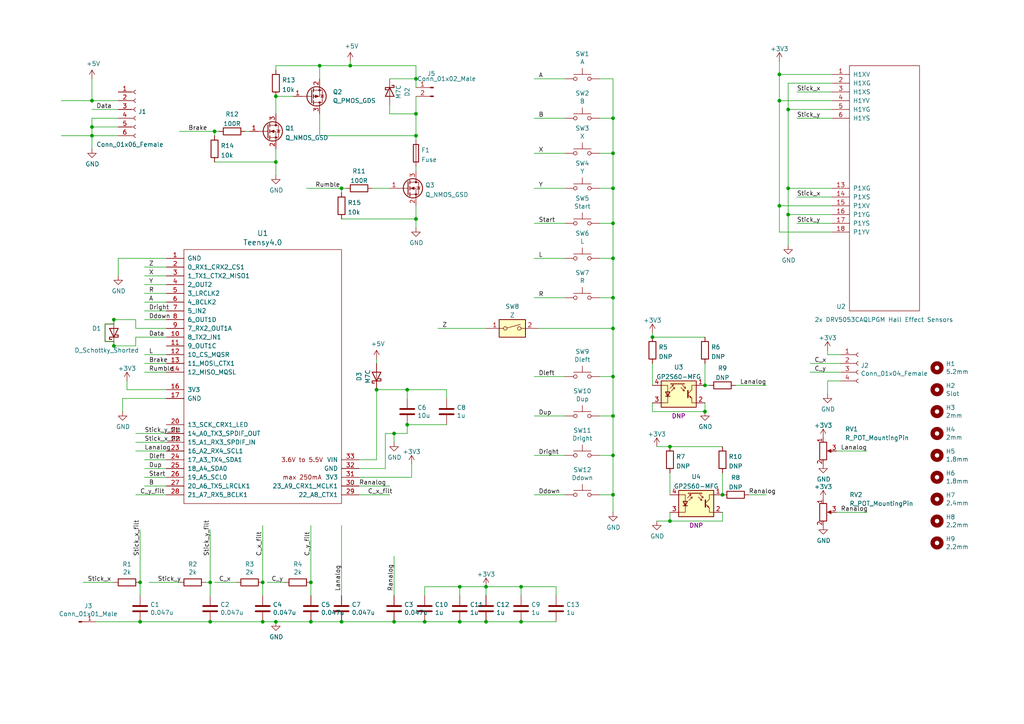
<source format=kicad_sch>
(kicad_sch (version 20230121) (generator eeschema)
  (paper "A4")
  (lib_symbols
    (symbol "Connector:Conn_01x01_Male" (pin_names (offset 1.016) hide)
      (property "Reference" "J" (at 0 2.54 0))
      (property "Value" "Conn_01x01_Male" (at 0 -2.54 0))
      (symbol "Conn_01x01_Male_1_1"
        (pin passive line (at 5.08 0 180) (length 3.81) (name "Pin_1") (number "1"))
      )
    )
    (symbol "Connector:Conn_01x02_Male" (pin_names (offset 1.016) hide)
      (property "Reference" "J" (at 0 2.54 0))
      (property "Value" "Conn_01x02_Male" (at 0 -5.08 0))
      (symbol "Conn_01x02_Male_1_1"
        (pin passive line (at 5.08 0 180) (length 3.81) (name "Pin_1") (number "1"))
        (pin passive line (at 5.08 -2.54 180) (length 3.81) (name "Pin_2") (number "2"))
      )
    )
    (symbol "Connector:Conn_01x04_Female" (pin_names (offset 1.016) hide)
      (property "Reference" "J" (at 0 5.08 0))
      (property "Value" "Conn_01x04_Female" (at 0 -7.62 0))
      (symbol "Conn_01x04_Female_1_1"
        (pin passive line (at -5.08 2.54 0) (length 3.81) (name "Pin_1") (number "1"))
        (pin passive line (at -5.08 0 0) (length 3.81) (name "Pin_2") (number "2"))
        (pin passive line (at -5.08 -2.54 0) (length 3.81) (name "Pin_3") (number "3"))
        (pin passive line (at -5.08 -5.08 0) (length 3.81) (name "Pin_4") (number "4"))
      )
    )
    (symbol "Connector:Conn_01x06_Female" (pin_names (offset 1.016) hide)
      (property "Reference" "J" (at 0 7.62 0))
      (property "Value" "Conn_01x06_Female" (at 0 -10.16 0))
      (symbol "Conn_01x06_Female_1_1"
        (pin passive line (at -5.08 5.08 0) (length 3.81) (name "Pin_1") (number "1"))
        (pin passive line (at -5.08 2.54 0) (length 3.81) (name "Pin_2") (number "2"))
        (pin passive line (at -5.08 0 0) (length 3.81) (name "Pin_3") (number "3"))
        (pin passive line (at -5.08 -2.54 0) (length 3.81) (name "Pin_4") (number "4"))
        (pin passive line (at -5.08 -5.08 0) (length 3.81) (name "Pin_5") (number "5"))
        (pin passive line (at -5.08 -7.62 0) (length 3.81) (name "Pin_6") (number "6"))
      )
    )
    (symbol "Device:C" (pin_numbers hide) (pin_names (offset 0.254))
      (property "Reference" "C" (at 0.635 2.54 0))
      (property "Value" "C" (at 0.635 -2.54 0))
      (symbol "C_1_1"
        (pin passive line (at 0 3.81 270) (length 2.794) (name "~") (number "1"))
        (pin passive line (at 0 -3.81 90) (length 2.794) (name "~") (number "2"))
      )
    )
    (symbol "Device:D_Schottky" (pin_numbers hide) (pin_names (offset 1.016) hide)
      (property "Reference" "D" (at 0 2.54 0))
      (property "Value" "D_Schottky" (at 0 -2.54 0))
      (symbol "D_Schottky_1_1"
        (pin passive line (at -3.81 0 0) (length 2.54) (name "K") (number "1"))
        (pin passive line (at 3.81 0 180) (length 2.54) (name "A") (number "2"))
      )
    )
    (symbol "Device:Fuse" (pin_numbers hide) (pin_names (offset 0))
      (property "Reference" "F" (at 2.032 0 90))
      (property "Value" "Fuse" (at -1.905 0 90))
      (symbol "Fuse_1_1"
        (pin passive line (at 0 3.81 270) (length 1.27) (name "~") (number "1"))
        (pin passive line (at 0 -3.81 90) (length 1.27) (name "~") (number "2"))
      )
    )
    (symbol "Device:Q_NMOS_GSD" (pin_names (offset 0) hide)
      (property "Reference" "Q" (at 5.08 1.27 0))
      (property "Value" "Q_NMOS_GSD" (at 5.08 -1.27 0))
      (symbol "Q_NMOS_GSD_1_1"
        (pin input line (at -5.08 0 0) (length 2.54) (name "G") (number "1"))
        (pin passive line (at 2.54 -5.08 90) (length 2.54) (name "S") (number "2"))
        (pin passive line (at 2.54 5.08 270) (length 2.54) (name "D") (number "3"))
      )
    )
    (symbol "Device:Q_PMOS_GSD" (pin_names (offset 0) hide)
      (property "Reference" "Q" (at 5.08 1.27 0))
      (property "Value" "Q_PMOS_GSD" (at 5.08 -1.27 0))
      (symbol "Q_PMOS_GSD_1_1"
        (pin input line (at -5.08 0 0) (length 2.54) (name "G") (number "1"))
        (pin passive line (at 2.54 -5.08 90) (length 2.54) (name "S") (number "2"))
        (pin passive line (at 2.54 5.08 270) (length 2.54) (name "D") (number "3"))
      )
    )
    (symbol "Device:R" (pin_numbers hide) (pin_names (offset 0))
      (property "Reference" "R" (at 2.032 0 90))
      (property "Value" "R" (at 0 0 90))
      (symbol "R_1_1"
        (pin passive line (at 0 3.81 270) (length 1.27) (name "~") (number "1"))
        (pin passive line (at 0 -3.81 90) (length 1.27) (name "~") (number "2"))
      )
    )
    (symbol "GCC:+3.3V" (power) (pin_names (offset 0))
      (property "Value" "+3.3V" (at 0 3.556 0))
      (symbol "+3.3V_1_1"
        (pin power_in line (at 0 0 90) (length 0) hide (name "+3V3") (number "1"))
      )
    )
    (symbol "GCC:Gamecube-MB-rescue_Slider_GCC-Gamecube_MB" (pin_names (offset 1.016) hide)
      (property "Reference" "RV" (at -8.255 0 90))
      (property "Value" "Gamecube-MB-rescue_Slider_GCC-Gamecube_MB" (at -6.35 0 90))
      (symbol "Gamecube-MB-rescue_Slider_GCC-Gamecube_MB_1_1"
        (pin passive line (at 0 3.81 270) (length 1.27) (name "V+") (number "1"))
        (pin passive line (at 0 -3.81 90) (length 1.27) (name "GND") (number "2"))
        (pin passive line (at 3.81 0 180) (length 1.27) (name "Signal") (number "3"))
      )
    )
    (symbol "GCC:Gamecube-MB-rescue_Stickbox_Assembly-Gamecube_MB" (pin_names (offset 1.016))
      (property "Reference" "U" (at 12.7 -41.91 90))
      (property "Value" "Gamecube-MB-rescue_Stickbox_Assembly-Gamecube_MB" (at 8.89 -35.56 90))
      (symbol "Gamecube-MB-rescue_Stickbox_Assembly-Gamecube_MB_0_0"
        (pin unspecified line (at -5.08 -2.54 0) (length 5.08) (name "H1XV") (number "1"))
        (pin unspecified line (at -5.08 -35.56 0) (length 5.08) (name "P1XG") (number "13"))
        (pin unspecified line (at -5.08 -38.1 0) (length 5.08) (name "P1XS") (number "14"))
        (pin unspecified line (at -5.08 -40.64 0) (length 5.08) (name "P1XV") (number "15"))
        (pin unspecified line (at -5.08 -43.18 0) (length 5.08) (name "P1YG") (number "16"))
        (pin unspecified line (at -5.08 -45.72 0) (length 5.08) (name "P1YS") (number "17"))
        (pin unspecified line (at -5.08 -48.26 0) (length 5.08) (name "P1YV") (number "18"))
        (pin unspecified line (at -5.08 -5.08 0) (length 5.08) (name "H1XG") (number "2"))
        (pin unspecified line (at -5.08 -7.62 0) (length 5.08) (name "H1XS") (number "3"))
        (pin unspecified line (at -5.08 -10.16 0) (length 5.08) (name "H1YV") (number "4"))
        (pin unspecified line (at -5.08 -12.7 0) (length 5.08) (name "H1YG") (number "5"))
        (pin unspecified line (at -5.08 -15.24 0) (length 5.08) (name "H1YS") (number "6"))
      )
    )
    (symbol "Gamecube MB:D_Schottky_Shorted" (pin_numbers hide) (pin_names (offset 1.016) hide)
      (property "Reference" "D" (at 0 3.81 0))
      (property "Value" "D_Schottky_Shorted" (at 0 -2.54 0))
      (symbol "D_Schottky_Shorted_1_1"
        (pin passive line (at -3.81 0 0) (length 2.54) (name "K") (number "1"))
        (pin passive line (at 3.81 0 180) (length 2.54) (name "A") (number "2"))
      )
    )
    (symbol "Mechanical:MountingHole" (pin_names (offset 1.016))
      (property "Reference" "H" (at 0 5.08 0))
      (property "Value" "MountingHole" (at 0 3.175 0))
    )
    (symbol "Sensor_Proximity:BPR-105" (pin_names (offset 0.0254) hide)
      (property "Reference" "U?" (at 0 7.7765 0))
      (property "Value" "BPR-105" (at 0 5.0014 0))
      (symbol "BPR-105_1_1"
        (pin open_collector line (at 7.62 2.54 180) (length 2.54) (name "C") (number "1"))
        (pin open_emitter line (at 7.62 -2.54 180) (length 2.54) (name "E") (number "2"))
        (pin passive line (at -7.62 -2.54 0) (length 2.54) (name "K") (number "3"))
        (pin passive line (at -7.62 2.54 0) (length 2.54) (name "A") (number "4"))
      )
    )
    (symbol "Switch:SW_DIP_x01" (pin_names (offset 0) hide)
      (property "Reference" "SW" (at 0 3.81 0))
      (property "Value" "SW_DIP_x01" (at 0 -3.81 0))
      (symbol "SW_DIP_x01_1_1"
        (pin passive line (at -7.62 0 0) (length 5.08) (name "~") (number "1"))
        (pin passive line (at 7.62 0 180) (length 5.08) (name "~") (number "2"))
      )
    )
    (symbol "Switch:SW_Push" (pin_numbers hide) (pin_names (offset 1.016) hide)
      (property "Reference" "SW" (at 1.27 2.54 0))
      (property "Value" "SW_Push" (at 0 -1.524 0))
      (symbol "SW_Push_0_1"
        (pin passive line (at -5.08 0 0) (length 2.54) (name "1") (number "1"))
        (pin passive line (at 5.08 0 180) (length 2.54) (name "2") (number "2"))
      )
    )
    (symbol "power:+5V" (power) (pin_names (offset 0))
      (property "Value" "+5V" (at 0 3.556 0))
      (symbol "+5V_1_1"
        (pin power_in line (at 0 0 90) (length 0) hide (name "+5V") (number "1"))
      )
    )
    (symbol "power:GND" (power) (pin_names (offset 0))
      (property "Value" "GND" (at 0 -3.81 0))
      (symbol "GND_1_1"
        (pin power_in line (at 0 0 270) (length 0) hide (name "GND") (number "1"))
      )
    )
    (symbol "teensy:Teensy4.0" (pin_names (offset 1.016))
      (property "Reference" "U1" (at 0 41.5798 0))
      (property "Value" "Teensy4.0" (at 0 38.8874 0))
      (symbol "Teensy4.0_0_0"
        (text "3.6V to 5.5V" (at 11.43 -24.13 0) (effects (font (size 1.27 1.27))))
        (text "max 250mA" (at 11.43 -29.21 0) (effects (font (size 1.27 1.27))))
        (pin bidirectional line (at -27.94 11.43 0) (length 5.08) (name "8_TX2_IN1") (number "10"))
        (pin bidirectional line (at -27.94 8.89 0) (length 5.08) (name "9_OUT1C") (number "11"))
        (pin bidirectional line (at -27.94 6.35 0) (length 5.08) (name "10_CS_MQSR") (number "12"))
        (pin bidirectional line (at -27.94 3.81 0) (length 5.08) (name "11_MOSI_CTX1") (number "13"))
        (pin bidirectional line (at -27.94 1.27 0) (length 5.08) (name "12_MISO_MQSL") (number "14"))
        (pin power_in line (at -27.94 -3.81 0) (length 5.08) (name "3V3") (number "16"))
        (pin power_in line (at -27.94 -6.35 0) (length 5.08) (name "GND") (number "17"))
        (pin bidirectional line (at -27.94 -13.97 0) (length 5.08) (name "13_SCK_CRX1_LED") (number "20"))
        (pin bidirectional line (at -27.94 -16.51 0) (length 5.08) (name "14_A0_TX3_SPDIF_OUT") (number "21"))
        (pin bidirectional line (at -27.94 -19.05 0) (length 5.08) (name "15_A1_RX3_SPDIF_IN") (number "22"))
        (pin bidirectional line (at -27.94 -21.59 0) (length 5.08) (name "16_A2_RX4_SCL1") (number "23"))
        (pin bidirectional line (at -27.94 -24.13 0) (length 5.08) (name "17_A3_TX4_SDA1") (number "24"))
        (pin bidirectional line (at -27.94 -26.67 0) (length 5.08) (name "18_A4_SDA0") (number "25"))
        (pin bidirectional line (at -27.94 -29.21 0) (length 5.08) (name "19_A5_SCL0") (number "26"))
        (pin bidirectional line (at -27.94 -31.75 0) (length 5.08) (name "20_A6_TX5_LRCLK1") (number "27"))
        (pin bidirectional line (at -27.94 -34.29 0) (length 5.08) (name "21_A7_RX5_BCLK1") (number "28"))
        (pin bidirectional line (at 27.94 -34.29 180) (length 5.08) (name "22_A8_CTX1") (number "29"))
        (pin bidirectional line (at 27.94 -31.75 180) (length 5.08) (name "23_A9_CRX1_MCLK1") (number "30"))
        (pin power_out line (at 27.94 -29.21 180) (length 5.08) (name "3V3") (number "31"))
        (pin power_in line (at 27.94 -26.67 180) (length 5.08) (name "GND") (number "32"))
        (pin power_in line (at 27.94 -24.13 180) (length 5.08) (name "VIN") (number "33"))
        (pin bidirectional line (at -27.94 24.13 0) (length 5.08) (name "3_LRCLK2") (number "5"))
        (pin bidirectional line (at -27.94 21.59 0) (length 5.08) (name "4_BCLK2") (number "6"))
        (pin bidirectional line (at -27.94 19.05 0) (length 5.08) (name "5_IN2") (number "7"))
        (pin bidirectional line (at -27.94 16.51 0) (length 5.08) (name "6_OUT1D") (number "8"))
        (pin bidirectional line (at -27.94 13.97 0) (length 5.08) (name "7_RX2_OUT1A") (number "9"))
      )
      (symbol "Teensy4.0_1_1"
        (pin power_in line (at -27.94 34.29 0) (length 5.08) (name "GND") (number "1"))
        (pin bidirectional line (at -27.94 31.75 0) (length 5.08) (name "0_RX1_CRX2_CS1") (number "2"))
        (pin bidirectional line (at -27.94 29.21 0) (length 5.08) (name "1_TX1_CTX2_MISO1") (number "3"))
        (pin bidirectional line (at -27.94 26.67 0) (length 5.08) (name "2_OUT2") (number "4"))
      )
    )
  )
  (junction (at 151.13 170.18))
  (junction (at 151.13 180.34))
  (junction (at 120.65 39.37))
  (junction (at 133.35 180.34))
  (junction (at 114.3 125.73))
  (junction (at 177.8 44.45))
  (junction (at 177.8 54.61))
  (junction (at 226.06 21.59))
  (junction (at 204.47 119.38))
  (junction (at 194.31 151.13))
  (junction (at 123.19 180.34))
  (junction (at 204.47 111.76))
  (junction (at 177.8 109.22))
  (junction (at 140.97 170.18))
  (junction (at 120.65 22.86))
  (junction (at 80.01 46.99))
  (junction (at 33.02 92.71))
  (junction (at 177.8 143.51))
  (junction (at 120.65 33.02))
  (junction (at 228.6 54.61))
  (junction (at 140.97 180.34))
  (junction (at 26.67 36.83))
  (junction (at 92.71 19.05))
  (junction (at 60.96 180.34))
  (junction (at 189.23 97.79))
  (junction (at 226.06 29.21))
  (junction (at 177.8 132.08))
  (junction (at 118.11 113.03))
  (junction (at 90.17 180.34))
  (junction (at 133.35 170.18))
  (junction (at 90.17 168.91))
  (junction (at 101.6 19.05))
  (junction (at 80.01 180.34))
  (junction (at 120.65 63.5))
  (junction (at 109.22 113.03))
  (junction (at 228.6 31.75))
  (junction (at 62.23 38.1))
  (junction (at 177.8 34.29))
  (junction (at 194.31 129.54))
  (junction (at 76.2 168.91))
  (junction (at 33.02 100.33))
  (junction (at 99.06 180.34))
  (junction (at 177.8 86.36))
  (junction (at 177.8 120.65))
  (junction (at 114.3 180.34))
  (junction (at 99.06 54.61))
  (junction (at 40.64 180.34))
  (junction (at 177.8 74.93))
  (junction (at 26.67 39.37))
  (junction (at 118.11 123.19))
  (junction (at 80.01 27.94))
  (junction (at 226.06 59.69))
  (junction (at 26.67 29.21))
  (junction (at 177.8 64.77))
  (junction (at 177.8 95.25))
  (junction (at 60.96 168.91))
  (junction (at 228.6 62.23))
  (junction (at 76.2 180.34))
  (junction (at 209.55 143.51))
  (junction (at 40.64 168.91))
  (wire (pts (xy 204.47 111.76) (xy 205.74 111.76)))
  (wire (pts (xy 48.26 140.97) (xy 41.91 140.97)))
  (wire (pts (xy 120.65 22.86) (xy 120.65 19.05)))
  (wire (pts (xy 173.99 54.61) (xy 177.8 54.61)))
  (wire (pts (xy 104.14 135.89) (xy 111.76 135.89)))
  (wire (pts (xy 123.19 172.72) (xy 123.19 170.18)))
  (wire (pts (xy 177.8 143.51) (xy 177.8 148.59)))
  (wire (pts (xy 177.8 120.65) (xy 177.8 132.08)))
  (wire (pts (xy 120.65 59.69) (xy 120.65 63.5)))
  (wire (pts (xy 204.47 119.38) (xy 189.23 119.38)))
  (wire (pts (xy 127 95.25) (xy 140.97 95.25)))
  (wire (pts (xy 41.91 107.95) (xy 48.26 107.95)))
  (wire (pts (xy 48.26 115.57) (xy 35.56 115.57)))
  (wire (pts (xy 156.21 95.25) (xy 177.8 95.25)))
  (wire (pts (xy 133.35 170.18) (xy 140.97 170.18)))
  (wire (pts (xy 99.06 54.61) (xy 100.33 54.61)))
  (wire (pts (xy 120.65 39.37) (xy 120.65 40.64)))
  (wire (pts (xy 243.84 105.41) (xy 234.95 105.41)))
  (wire (pts (xy 113.03 140.97) (xy 104.14 140.97)))
  (wire (pts (xy 114.3 172.72) (xy 114.3 161.29)))
  (wire (pts (xy 209.55 137.16) (xy 209.55 143.51)))
  (wire (pts (xy 243.84 107.95) (xy 234.95 107.95)))
  (wire (pts (xy 114.3 125.73) (xy 114.3 128.27)))
  (wire (pts (xy 204.47 116.84) (xy 204.47 119.38)))
  (wire (pts (xy 163.83 120.65) (xy 154.94 120.65)))
  (wire (pts (xy 177.8 54.61) (xy 177.8 44.45)))
  (wire (pts (xy 228.6 62.23) (xy 241.3 62.23)))
  (wire (pts (xy 151.13 172.72) (xy 151.13 170.18)))
  (wire (pts (xy 118.11 123.19) (xy 118.11 125.73)))
  (wire (pts (xy 241.3 21.59) (xy 226.06 21.59)))
  (wire (pts (xy 109.22 113.03) (xy 109.22 133.35)))
  (wire (pts (xy 40.64 180.34) (xy 60.96 180.34)))
  (wire (pts (xy 76.2 152.4) (xy 76.2 168.91)))
  (wire (pts (xy 80.01 19.05) (xy 80.01 20.32)))
  (wire (pts (xy 189.23 96.52) (xy 189.23 97.79)))
  (wire (pts (xy 113.03 143.51) (xy 104.14 143.51)))
  (wire (pts (xy 34.29 36.83) (xy 26.67 36.83)))
  (wire (pts (xy 90.17 152.4) (xy 90.17 168.91)))
  (wire (pts (xy 92.71 22.86) (xy 92.71 19.05)))
  (wire (pts (xy 194.31 151.13) (xy 194.31 148.59)))
  (wire (pts (xy 109.22 104.14) (xy 109.22 105.41)))
  (wire (pts (xy 173.99 64.77) (xy 177.8 64.77)))
  (wire (pts (xy 39.37 97.79) (xy 48.26 97.79)))
  (wire (pts (xy 194.31 137.16) (xy 194.31 143.51)))
  (wire (pts (xy 209.55 148.59) (xy 209.55 151.13)))
  (wire (pts (xy 129.54 115.57) (xy 129.54 113.03)))
  (wire (pts (xy 109.22 113.03) (xy 118.11 113.03)))
  (wire (pts (xy 118.11 113.03) (xy 129.54 113.03)))
  (wire (pts (xy 34.29 31.75) (xy 26.67 31.75)))
  (wire (pts (xy 140.97 180.34) (xy 133.35 180.34)))
  (wire (pts (xy 163.83 143.51) (xy 154.94 143.51)))
  (wire (pts (xy 60.96 168.91) (xy 59.69 168.91)))
  (wire (pts (xy 120.65 27.94) (xy 120.65 33.02)))
  (wire (pts (xy 189.23 119.38) (xy 189.23 116.84)))
  (wire (pts (xy 190.5 129.54) (xy 194.31 129.54)))
  (wire (pts (xy 40.64 153.67) (xy 40.64 168.91)))
  (wire (pts (xy 113.03 22.86) (xy 120.65 22.86)))
  (wire (pts (xy 36.83 113.03) (xy 36.83 110.49)))
  (wire (pts (xy 118.11 113.03) (xy 118.11 115.57)))
  (wire (pts (xy 80.01 27.94) (xy 80.01 33.02)))
  (wire (pts (xy 80.01 27.94) (xy 85.09 27.94)))
  (wire (pts (xy 231.14 64.77) (xy 241.3 64.77)))
  (wire (pts (xy 163.83 86.36) (xy 154.94 86.36)))
  (wire (pts (xy 92.71 19.05) (xy 101.6 19.05)))
  (wire (pts (xy 213.36 111.76) (xy 222.25 111.76)))
  (wire (pts (xy 120.65 33.02) (xy 113.03 33.02)))
  (wire (pts (xy 34.29 39.37) (xy 26.67 39.37)))
  (wire (pts (xy 228.6 54.61) (xy 241.3 54.61)))
  (wire (pts (xy 113.03 33.02) (xy 113.03 30.48)))
  (wire (pts (xy 226.06 67.31) (xy 226.06 59.69)))
  (wire (pts (xy 111.76 135.89) (xy 111.76 125.73)))
  (wire (pts (xy 226.06 59.69) (xy 241.3 59.69)))
  (wire (pts (xy 243.84 110.49) (xy 240.03 110.49)))
  (wire (pts (xy 33.02 93.98) (xy 30.48 93.98)))
  (wire (pts (xy 140.97 180.34) (xy 151.13 180.34)))
  (wire (pts (xy 35.56 115.57) (xy 35.56 119.38)))
  (wire (pts (xy 92.71 33.02) (xy 92.71 39.37)))
  (wire (pts (xy 120.65 33.02) (xy 120.65 39.37)))
  (wire (pts (xy 228.6 31.75) (xy 228.6 24.13)))
  (wire (pts (xy 90.17 180.34) (xy 99.06 180.34)))
  (wire (pts (xy 177.8 86.36) (xy 177.8 95.25)))
  (wire (pts (xy 133.35 170.18) (xy 133.35 172.72)))
  (wire (pts (xy 177.8 132.08) (xy 177.8 143.51)))
  (wire (pts (xy 209.55 151.13) (xy 194.31 151.13)))
  (wire (pts (xy 41.91 105.41) (xy 48.26 105.41)))
  (wire (pts (xy 177.8 44.45) (xy 177.8 34.29)))
  (wire (pts (xy 163.83 132.08) (xy 154.94 132.08)))
  (wire (pts (xy 48.26 133.35) (xy 41.91 133.35)))
  (wire (pts (xy 177.8 86.36) (xy 177.8 74.93)))
  (wire (pts (xy 231.14 57.15) (xy 241.3 57.15)))
  (wire (pts (xy 52.07 38.1) (xy 62.23 38.1)))
  (wire (pts (xy 161.29 172.72) (xy 161.29 170.18)))
  (wire (pts (xy 163.83 34.29) (xy 154.94 34.29)))
  (wire (pts (xy 39.37 100.33) (xy 33.02 100.33)))
  (wire (pts (xy 226.06 21.59) (xy 226.06 29.21)))
  (wire (pts (xy 243.84 102.87) (xy 240.03 102.87)))
  (wire (pts (xy 80.01 43.18) (xy 80.01 46.99)))
  (wire (pts (xy 226.06 29.21) (xy 226.06 59.69)))
  (wire (pts (xy 163.83 54.61) (xy 154.94 54.61)))
  (wire (pts (xy 228.6 31.75) (xy 241.3 31.75)))
  (wire (pts (xy 34.29 29.21) (xy 26.67 29.21)))
  (wire (pts (xy 48.26 102.87) (xy 41.91 102.87)))
  (wire (pts (xy 118.11 125.73) (xy 114.3 125.73)))
  (wire (pts (xy 163.83 74.93) (xy 154.94 74.93)))
  (wire (pts (xy 48.26 77.47) (xy 41.91 77.47)))
  (wire (pts (xy 52.07 168.91) (xy 43.18 168.91)))
  (wire (pts (xy 111.76 125.73) (xy 114.3 125.73)))
  (wire (pts (xy 140.97 170.18) (xy 140.97 172.72)))
  (wire (pts (xy 48.26 80.01) (xy 41.91 80.01)))
  (wire (pts (xy 99.06 54.61) (xy 99.06 55.88)))
  (wire (pts (xy 62.23 38.1) (xy 63.5 38.1)))
  (wire (pts (xy 48.26 135.89) (xy 41.91 135.89)))
  (wire (pts (xy 48.26 92.71) (xy 41.91 92.71)))
  (wire (pts (xy 177.8 74.93) (xy 177.8 64.77)))
  (wire (pts (xy 173.99 143.51) (xy 177.8 143.51)))
  (wire (pts (xy 194.31 129.54) (xy 209.55 129.54)))
  (wire (pts (xy 173.99 109.22) (xy 177.8 109.22)))
  (wire (pts (xy 76.2 168.91) (xy 76.2 172.72)))
  (wire (pts (xy 48.26 138.43) (xy 41.91 138.43)))
  (wire (pts (xy 151.13 180.34) (xy 161.29 180.34)))
  (wire (pts (xy 217.17 143.51) (xy 222.25 143.51)))
  (wire (pts (xy 48.26 143.51) (xy 39.37 143.51)))
  (wire (pts (xy 99.06 152.4) (xy 99.06 172.72)))
  (wire (pts (xy 33.02 99.06) (xy 33.02 100.33)))
  (wire (pts (xy 163.83 22.86) (xy 154.94 22.86)))
  (wire (pts (xy 189.23 97.79) (xy 204.47 97.79)))
  (wire (pts (xy 226.06 67.31) (xy 241.3 67.31)))
  (wire (pts (xy 88.9 54.61) (xy 99.06 54.61)))
  (wire (pts (xy 114.3 180.34) (xy 123.19 180.34)))
  (wire (pts (xy 24.13 168.91) (xy 33.02 168.91)))
  (wire (pts (xy 173.99 132.08) (xy 177.8 132.08)))
  (wire (pts (xy 189.23 105.41) (xy 189.23 111.76)))
  (wire (pts (xy 177.8 22.86) (xy 177.8 34.29)))
  (wire (pts (xy 177.8 64.77) (xy 177.8 54.61)))
  (wire (pts (xy 228.6 62.23) (xy 228.6 71.12)))
  (wire (pts (xy 30.48 93.98) (xy 30.48 99.06)))
  (wire (pts (xy 39.37 92.71) (xy 33.02 92.71)))
  (wire (pts (xy 241.3 29.21) (xy 226.06 29.21)))
  (wire (pts (xy 231.14 34.29) (xy 241.3 34.29)))
  (wire (pts (xy 39.37 125.73) (xy 48.26 125.73)))
  (wire (pts (xy 48.26 90.17) (xy 41.91 90.17)))
  (wire (pts (xy 123.19 170.18) (xy 133.35 170.18)))
  (wire (pts (xy 48.26 113.03) (xy 36.83 113.03)))
  (wire (pts (xy 48.26 85.09) (xy 41.91 85.09)))
  (wire (pts (xy 30.48 99.06) (xy 33.02 99.06)))
  (wire (pts (xy 204.47 105.41) (xy 204.47 111.76)))
  (wire (pts (xy 33.02 92.71) (xy 33.02 93.98)))
  (wire (pts (xy 39.37 97.79) (xy 39.37 100.33)))
  (wire (pts (xy 17.78 29.21) (xy 26.67 29.21)))
  (wire (pts (xy 62.23 168.91) (xy 68.58 168.91)))
  (wire (pts (xy 240.03 110.49) (xy 240.03 114.3)))
  (wire (pts (xy 39.37 130.81) (xy 48.26 130.81)))
  (wire (pts (xy 120.65 39.37) (xy 92.71 39.37)))
  (wire (pts (xy 99.06 63.5) (xy 120.65 63.5)))
  (wire (pts (xy 173.99 86.36) (xy 177.8 86.36)))
  (wire (pts (xy 26.67 34.29) (xy 26.67 36.83)))
  (wire (pts (xy 27.94 180.34) (xy 40.64 180.34)))
  (wire (pts (xy 99.06 180.34) (xy 114.3 180.34)))
  (wire (pts (xy 62.23 38.1) (xy 62.23 39.37)))
  (wire (pts (xy 161.29 170.18) (xy 151.13 170.18)))
  (wire (pts (xy 71.12 38.1) (xy 72.39 38.1)))
  (wire (pts (xy 119.38 138.43) (xy 104.14 138.43)))
  (wire (pts (xy 62.23 46.99) (xy 80.01 46.99)))
  (wire (pts (xy 80.01 180.34) (xy 90.17 180.34)))
  (wire (pts (xy 173.99 34.29) (xy 177.8 34.29)))
  (wire (pts (xy 242.57 130.81) (xy 251.46 130.81)))
  (wire (pts (xy 26.67 39.37) (xy 26.67 43.18)))
  (wire (pts (xy 173.99 120.65) (xy 177.8 120.65)))
  (wire (pts (xy 48.26 82.55) (xy 41.91 82.55)))
  (wire (pts (xy 228.6 62.23) (xy 228.6 54.61)))
  (wire (pts (xy 104.14 133.35) (xy 109.22 133.35)))
  (wire (pts (xy 101.6 17.78) (xy 101.6 19.05)))
  (wire (pts (xy 120.65 25.4) (xy 120.65 22.86)))
  (wire (pts (xy 177.8 109.22) (xy 177.8 120.65)))
  (wire (pts (xy 120.65 63.5) (xy 120.65 66.04)))
  (wire (pts (xy 173.99 44.45) (xy 177.8 44.45)))
  (wire (pts (xy 39.37 95.25) (xy 39.37 92.71)))
  (wire (pts (xy 163.83 44.45) (xy 154.94 44.45)))
  (wire (pts (xy 151.13 170.18) (xy 140.97 170.18)))
  (wire (pts (xy 60.96 153.67) (xy 60.96 168.91)))
  (wire (pts (xy 177.8 95.25) (xy 177.8 109.22)))
  (wire (pts (xy 48.26 74.93) (xy 34.29 74.93)))
  (wire (pts (xy 60.96 180.34) (xy 76.2 180.34)))
  (wire (pts (xy 107.95 54.61) (xy 113.03 54.61)))
  (wire (pts (xy 90.17 168.91) (xy 90.17 172.72)))
  (wire (pts (xy 163.83 64.77) (xy 154.94 64.77)))
  (wire (pts (xy 39.37 128.27) (xy 48.26 128.27)))
  (wire (pts (xy 173.99 22.86) (xy 177.8 22.86)))
  (wire (pts (xy 240.03 102.87) (xy 240.03 101.6)))
  (wire (pts (xy 34.29 74.93) (xy 34.29 80.01)))
  (wire (pts (xy 60.96 168.91) (xy 60.96 172.72)))
  (wire (pts (xy 26.67 36.83) (xy 26.67 39.37)))
  (wire (pts (xy 80.01 180.34) (xy 76.2 180.34)))
  (wire (pts (xy 48.26 87.63) (xy 41.91 87.63)))
  (wire (pts (xy 40.64 172.72) (xy 40.64 168.91)))
  (wire (pts (xy 80.01 46.99) (xy 80.01 50.8)))
  (wire (pts (xy 242.57 148.59) (xy 251.46 148.59)))
  (wire (pts (xy 226.06 17.78) (xy 226.06 21.59)))
  (wire (pts (xy 228.6 24.13) (xy 241.3 24.13)))
  (wire (pts (xy 39.37 95.25) (xy 48.26 95.25)))
  (wire (pts (xy 163.83 109.22) (xy 154.94 109.22)))
  (wire (pts (xy 26.67 29.21) (xy 26.67 22.86)))
  (wire (pts (xy 120.65 48.26) (xy 120.65 49.53)))
  (wire (pts (xy 123.19 180.34) (xy 133.35 180.34)))
  (wire (pts (xy 92.71 19.05) (xy 80.01 19.05)))
  (wire (pts (xy 118.11 123.19) (xy 129.54 123.19)))
  (wire (pts (xy 119.38 134.62) (xy 119.38 138.43)))
  (wire (pts (xy 34.29 34.29) (xy 26.67 34.29)))
  (wire (pts (xy 241.3 26.67) (xy 231.14 26.67)))
  (wire (pts (xy 228.6 31.75) (xy 228.6 54.61)))
  (wire (pts (xy 77.47 168.91) (xy 82.55 168.91)))
  (wire (pts (xy 17.78 39.37) (xy 26.67 39.37)))
  (wire (pts (xy 120.65 19.05) (xy 101.6 19.05)))
  (wire (pts (xy 190.5 151.13) (xy 194.31 151.13)))
  (wire (pts (xy 173.99 74.93) (xy 177.8 74.93)))
  (label "Lanalog" (at 214.63 111.76 0))
  (label "C_y_filt" (at 40.64 143.51 0))
  (label "Stick_y" (at 231.14 64.77 0))
  (label "A" (at 156.21 22.86 0))
  (label "A" (at 43.18 87.63 0))
  (label "Ranalog" (at 114.3 171.45 90))
  (label "Dleft" (at 43.18 133.35 0))
  (label "Z" (at 43.18 77.47 0))
  (label "L" (at 156.21 74.93 0))
  (label "Stick_y" (at 45.72 168.91 0))
  (label "C_x" (at 236.22 105.41 0))
  (label "Stick_x" (at 231.14 26.67 0))
  (label "Stick_x" (at 231.14 57.15 0))
  (label "Lanalog" (at 41.91 130.81 0))
  (label "Rumble" (at 91.44 54.61 0))
  (label "Dleft" (at 156.21 109.22 0))
  (label "Ranalog" (at 217.17 143.51 0))
  (label "Data" (at 27.94 31.75 0))
  (label "Ranalog" (at 104.14 140.97 0))
  (label "B" (at 156.21 34.29 0))
  (label "C_y" (at 78.74 168.91 0))
  (label "Rumble" (at 43.18 107.95 0))
  (label "Z" (at 128.27 95.25 0))
  (label "C_x_filt" (at 76.2 161.29 90))
  (label "Start" (at 43.18 138.43 0))
  (label "Dright" (at 43.18 90.17 0))
  (label "C_x" (at 63.5 168.91 0))
  (label "C_y_filt" (at 90.17 161.29 90))
  (label "Stick_x" (at 25.4 168.91 0))
  (label "Dright" (at 156.21 132.08 0))
  (label "Ranalog" (at 243.84 148.59 0))
  (label "Start" (at 156.21 64.77 0))
  (label "B" (at 43.18 140.97 0))
  (label "Ddown" (at 156.21 143.51 0))
  (label "Brake" (at 43.18 105.41 0))
  (label "R" (at 156.21 86.36 0))
  (label "Stick_y_filt" (at 41.91 125.73 0))
  (label "X" (at 43.18 80.01 0))
  (label "R" (at 43.18 85.09 0))
  (label "Data" (at 43.18 97.79 0))
  (label "Lanalog" (at 243.84 130.81 0))
  (label "Stick_y" (at 231.14 34.29 0))
  (label "Y" (at 156.21 54.61 0))
  (label "Ddown" (at 43.18 92.71 0))
  (label "C_y" (at 236.22 107.95 0))
  (label "Dup" (at 43.18 135.89 0))
  (label "C_x_filt" (at 106.68 143.51 0))
  (label "Brake" (at 54.61 38.1 0))
  (label "Stick_x_filt" (at 41.91 128.27 0))
  (label "Lanalog" (at 99.06 171.45 90))
  (label "L" (at 43.18 102.87 0))
  (label "X" (at 156.21 44.45 0))
  (label "Stick_x_filt" (at 40.64 161.29 90))
  (label "Y" (at 43.18 82.55 0))
  (label "Dup" (at 156.21 120.65 0))
  (label "Stick_y_filt" (at 60.96 161.29 90))
  (symbol (lib_id "teensy:Teensy4.0") (at 76.2 109.22 0) (unit 1)
    (property "Reference" "U1" (at 76.2 67.6402 0) (effects (font (size 1.524 1.524))))
    (property "Value" "Teensy4.0" (at 76.2 70.3326 0) (effects (font (size 1.524 1.524))))
    (property "Footprint" "PhobGCC_Footprints:Teensy40_Edge_Pins" (effects hide))
  )
  (symbol (lib_id "Switch:SW_Push") (at 168.91 22.86 0) (unit 1)
    (property "Reference" "SW1" (at 168.91 15.621 0))
    (property "Value" "A" (at 168.91 17.9324 0))
    (property "Footprint" "PhobGCC_Footprints:ABXY_Contact_Omron_Switch" (effects hide))
  )
  (symbol (lib_id "Switch:SW_Push") (at 168.91 34.29 0) (unit 1)
    (property "Reference" "SW2" (at 168.91 27.051 0))
    (property "Value" "B" (at 168.91 29.3624 0))
    (property "Footprint" "PhobGCC_Footprints:ABXY_Contact_Omron_Switch" (effects hide))
  )
  (symbol (lib_id "Switch:SW_Push") (at 168.91 44.45 0) (unit 1)
    (property "Reference" "SW3" (at 168.91 37.211 0))
    (property "Value" "X" (at 168.91 39.5224 0))
    (property "Footprint" "PhobGCC_Footprints:ABXY_Contact_Omron_Switch" (effects hide))
  )
  (symbol (lib_id "Switch:SW_Push") (at 168.91 54.61 0) (unit 1)
    (property "Reference" "SW4" (at 168.91 47.371 0))
    (property "Value" "Y" (at 168.91 49.6824 0))
    (property "Footprint" "PhobGCC_Footprints:ABXY_Contact_Omron_Switch" (effects hide))
  )
  (symbol (lib_id "Switch:SW_Push") (at 168.91 64.77 0) (unit 1)
    (property "Reference" "SW5" (at 168.91 57.531 0))
    (property "Value" "Start" (at 168.91 59.8424 0))
    (property "Footprint" "PhobGCC_Footprints:Start_Contact" (effects hide))
  )
  (symbol (lib_id "Switch:SW_Push") (at 168.91 74.93 0) (unit 1)
    (property "Reference" "SW6" (at 168.91 67.691 0))
    (property "Value" "L" (at 168.91 70.0024 0))
    (property "Footprint" "PhobGCC_Footprints:Pin_Header_Straight_1x02_Pitch2.54mm" (effects hide))
  )
  (symbol (lib_id "Switch:SW_Push") (at 168.91 86.36 0) (unit 1)
    (property "Reference" "SW7" (at 168.91 79.121 0))
    (property "Value" "R" (at 168.91 81.4324 0))
    (property "Footprint" "PhobGCC_Footprints:Pin_Header_Straight_1x02_Pitch2.54mm" (effects hide))
  )
  (symbol (lib_id "power:GND") (at 34.29 80.01 0) (unit 1)
    (property "Reference" "#PWR0102" (effects hide))
    (property "Value" "GND" (at 34.417 84.4042 0))
  )
  (symbol (lib_id "power:GND") (at 177.8 148.59 0) (unit 1)
    (property "Reference" "#PWR0103" (effects hide))
    (property "Value" "GND" (at 177.927 152.9842 0))
  )
  (symbol (lib_id "power:+5V") (at 26.67 22.86 0) (unit 1)
    (property "Reference" "#PWR0113" (effects hide))
    (property "Value" "+5V" (at 27.051 18.4658 0))
  )
  (symbol (lib_id "Connector:Conn_01x06_Female") (at 39.37 31.75 0) (unit 1)
    (property "Reference" "J1" (at 40.0812 32.3596 0) (effects (justify left)))
    (property "Value" "Conn_01x06_Female" (at 27.94 41.91 0) (effects (justify left)))
    (property "Footprint" "PhobGCC_Footprints:GCC_Header_Straight_1x06_Pitch2.00mm" (effects hide))
  )
  (symbol (lib_id "GCC:Gamecube-MB-rescue_Slider_GCC-Gamecube_MB") (at 238.76 130.81 0) (unit 1)
    (property "Reference" "RV1" (at 245.11 124.46 0) (effects (justify left)))
    (property "Value" "R_POT_MountingPin" (at 245.11 127 0) (effects (justify left)))
    (property "Footprint" "PhobGCC_Footprints:GCC_Slider" (effects hide))
  )
  (symbol (lib_id "Connector:Conn_01x04_Female") (at 248.92 105.41 0) (unit 1)
    (property "Reference" "J2" (at 249.6312 106.0196 0) (effects (justify left)))
    (property "Value" "Conn_01x04_Female" (at 249.6312 108.331 0) (effects (justify left)))
    (property "Footprint" "PhobGCC_Footprints:PinHeader_1x04_P2.00mm_Vertical" (effects hide))
  )
  (symbol (lib_id "GCC:Gamecube-MB-rescue_Slider_GCC-Gamecube_MB") (at 238.76 148.59 0) (unit 1)
    (property "Reference" "RV2" (at 246.38 143.51 0) (effects (justify left)))
    (property "Value" "R_POT_MountingPin" (at 246.38 146.05 0) (effects (justify left)))
    (property "Footprint" "PhobGCC_Footprints:GCC_Slider" (effects hide))
  )
  (symbol (lib_id "power:GND") (at 240.03 114.3 0) (unit 1)
    (property "Reference" "#PWR0108" (effects hide))
    (property "Value" "GND" (at 240.157 118.6942 0))
  )
  (symbol (lib_id "Switch:SW_Push") (at 168.91 109.22 0) (unit 1)
    (property "Reference" "SW9" (at 168.91 101.981 0))
    (property "Value" "Dleft" (at 168.91 104.2924 0))
    (property "Footprint" "PhobGCC_Footprints:Dpad_Contact_TL3315NF_2" (effects hide))
  )
  (symbol (lib_id "power:GND") (at 238.76 134.62 0) (unit 1)
    (property "Reference" "#PWR0115" (effects hide))
    (property "Value" "GND" (at 238.887 139.0142 0))
  )
  (symbol (lib_id "Switch:SW_Push") (at 168.91 120.65 0) (unit 1)
    (property "Reference" "SW10" (at 168.91 113.411 0))
    (property "Value" "Dup" (at 168.91 115.7224 0))
    (property "Footprint" "PhobGCC_Footprints:Dpad_Contact_TL3315NF_2" (effects hide))
  )
  (symbol (lib_id "Switch:SW_Push") (at 168.91 132.08 0) (unit 1)
    (property "Reference" "SW11" (at 168.91 124.841 0))
    (property "Value" "Dright" (at 168.91 127.1524 0))
    (property "Footprint" "PhobGCC_Footprints:Dpad_Contact_TL3315NF_2" (effects hide))
  )
  (symbol (lib_id "Switch:SW_Push") (at 168.91 143.51 0) (unit 1)
    (property "Reference" "SW12" (at 168.91 136.271 0))
    (property "Value" "Ddown" (at 168.91 138.5824 0))
    (property "Footprint" "PhobGCC_Footprints:Dpad_Contact_TL3315NF_2" (effects hide))
  )
  (symbol (lib_id "power:GND") (at 238.76 152.4 0) (unit 1)
    (property "Reference" "#PWR0117" (effects hide))
    (property "Value" "GND" (at 238.887 156.7942 0))
  )
  (symbol (lib_id "Switch:SW_DIP_x01") (at 148.59 95.25 0) (unit 1)
    (property "Reference" "SW8" (at 148.59 88.9 0))
    (property "Value" "Z" (at 148.59 91.44 0))
    (property "Footprint" "PhobGCC_Footprints:Z_Switch_Edge" (effects hide))
    (property "Configuration_Pole-Throw" "Single Pole - Single Throw" (effects hide))
    (property "Contact_Current_Rating" "50 mA" (effects hide))
    (property "Comment" "1825027-5" (effects hide))
    (property "EU_RoHS_Compliance" "Compliant" (effects hide))
  )
  (symbol (lib_id "GCC:Gamecube-MB-rescue_Stickbox_Assembly-Gamecube_MB") (at 246.38 19.05 0) (unit 1)
    (property "Reference" "U2" (at 242.57 88.9 0) (effects (justify left)))
    (property "Value" "2x DRV5053CAQLPGM Hall Effect Sensors" (at 236.22 92.71 0) (effects (justify left)))
    (property "Footprint" "PhobGCC_Footprints:GCC_Stickbox_2" (effects hide))
  )
  (symbol (lib_id "power:GND") (at 228.6 71.12 0) (unit 1)
    (property "Reference" "#PWR0101" (effects hide))
    (property "Value" "GND" (at 228.727 75.5142 0))
  )
  (symbol (lib_id "Device:C") (at 40.64 176.53 0) (unit 1)
    (property "Reference" "C1" (at 43.561 175.3616 0) (effects (justify left)))
    (property "Value" "0.047u" (at 43.561 177.673 0) (effects (justify left)))
    (property "Footprint" "PhobGCC_Footprints:C_0603_HandSoldering" (effects hide))
    (property "LCSC" "C1622" (effects hide))
  )
  (symbol (lib_id "Device:C") (at 60.96 176.53 0) (unit 1)
    (property "Reference" "C2" (at 63.881 175.3616 0) (effects (justify left)))
    (property "Value" "0.047u" (at 63.881 177.673 0) (effects (justify left)))
    (property "Footprint" "PhobGCC_Footprints:C_0603_HandSoldering" (effects hide))
    (property "LCSC" "C1622" (effects hide))
  )
  (symbol (lib_id "Device:C") (at 114.3 176.53 0) (unit 1)
    (property "Reference" "C3" (at 117.221 175.3616 0) (effects (justify left)))
    (property "Value" "0.047u" (at 117.221 177.673 0) (effects (justify left)))
    (property "Footprint" "PhobGCC_Footprints:C_0603_HandSoldering" (effects hide))
    (property "LCSC" "C1622" (effects hide))
  )
  (symbol (lib_id "Device:C") (at 76.2 176.53 0) (unit 1)
    (property "Reference" "C4" (at 79.121 175.3616 0) (effects (justify left)))
    (property "Value" "0.047u" (at 79.121 177.673 0) (effects (justify left)))
    (property "Footprint" "PhobGCC_Footprints:C_0603_HandSoldering" (effects hide))
    (property "LCSC" "C1622" (effects hide))
  )
  (symbol (lib_id "Device:C") (at 90.17 176.53 0) (unit 1)
    (property "Reference" "C5" (at 93.091 175.3616 0) (effects (justify left)))
    (property "Value" "0.047u" (at 93.091 177.673 0) (effects (justify left)))
    (property "Footprint" "PhobGCC_Footprints:C_0603_HandSoldering" (effects hide))
    (property "LCSC" "C1622" (effects hide))
  )
  (symbol (lib_id "Device:C") (at 99.06 176.53 0) (unit 1)
    (property "Reference" "C7" (at 101.981 175.3616 0) (effects (justify left)))
    (property "Value" "0.047u" (at 101.981 177.673 0) (effects (justify left)))
    (property "Footprint" "PhobGCC_Footprints:C_0603_HandSoldering" (effects hide))
    (property "LCSC" "C1622" (effects hide))
  )
  (symbol (lib_id "power:GND") (at 80.01 180.34 0) (unit 1)
    (property "Reference" "#PWR0109" (effects hide))
    (property "Value" "GND" (at 80.137 184.7342 0))
  )
  (symbol (lib_id "Device:C") (at 133.35 176.53 0) (unit 1)
    (property "Reference" "C11" (at 136.271 175.3616 0) (effects (justify left)))
    (property "Value" "1u" (at 136.271 177.673 0) (effects (justify left)))
    (property "Footprint" "PhobGCC_Footprints:C_0603_1608Metric_Pad1.08x0.95mm_HandSolder" (effects hide))
    (property "LCSC" "C15849" (effects hide))
  )
  (symbol (lib_id "Device:C") (at 140.97 176.53 0) (unit 1)
    (property "Reference" "C12" (at 143.891 175.3616 0) (effects (justify left)))
    (property "Value" "1u" (at 143.891 177.673 0) (effects (justify left)))
    (property "Footprint" "PhobGCC_Footprints:C_0603_1608Metric_Pad1.08x0.95mm_HandSolder" (effects hide))
    (property "LCSC" "C15849" (effects hide))
  )
  (symbol (lib_id "power:GND") (at 26.67 43.18 0) (unit 1)
    (property "Reference" "#PWR0112" (effects hide))
    (property "Value" "GND" (at 26.797 47.5742 0))
  )
  (symbol (lib_id "Connector:Conn_01x01_Male") (at 22.86 180.34 0) (unit 1)
    (property "Reference" "J3" (at 25.6032 175.7426 0))
    (property "Value" "Conn_01x01_Male" (at 25.6032 178.054 0))
    (property "Footprint" "PhobGCC_Footprints:PinHeader_1x01_P2.54mm_Vertical" (effects hide))
  )
  (symbol (lib_id "Mechanical:MountingHole") (at 271.78 106.68 0) (unit 1)
    (property "Reference" "H1" (at 274.32 105.5116 0) (effects (justify left)))
    (property "Value" "5.2mm" (at 274.32 107.823 0) (effects (justify left)))
    (property "Footprint" "PhobGCC_Footprints:MountingHole_5.2mm" (effects hide))
  )
  (symbol (lib_id "Mechanical:MountingHole") (at 271.78 113.03 0) (unit 1)
    (property "Reference" "H2" (at 274.32 111.8616 0) (effects (justify left)))
    (property "Value" "Slot" (at 274.32 114.173 0) (effects (justify left)))
    (property "Footprint" "PhobGCC_Footprints:Slot" (effects hide))
  )
  (symbol (lib_id "Mechanical:MountingHole") (at 271.78 119.38 0) (unit 1)
    (property "Reference" "H3" (at 274.32 118.2116 0) (effects (justify left)))
    (property "Value" "2mm" (at 274.32 120.523 0) (effects (justify left)))
    (property "Footprint" "PhobGCC_Footprints:MountingHole_2.0mm" (effects hide))
  )
  (symbol (lib_id "Mechanical:MountingHole") (at 271.78 125.73 0) (unit 1)
    (property "Reference" "H4" (at 274.32 124.5616 0) (effects (justify left)))
    (property "Value" "2mm" (at 274.32 126.873 0) (effects (justify left)))
    (property "Footprint" "PhobGCC_Footprints:MountingHole_2.0mm" (effects hide))
  )
  (symbol (lib_id "Mechanical:MountingHole") (at 271.78 132.08 0) (unit 1)
    (property "Reference" "H5" (at 274.32 130.9116 0) (effects (justify left)))
    (property "Value" "1.8mm" (at 274.32 133.223 0) (effects (justify left)))
    (property "Footprint" "PhobGCC_Footprints:MountingHole_1.8mm" (effects hide))
  )
  (symbol (lib_id "Mechanical:MountingHole") (at 271.78 138.43 0) (unit 1)
    (property "Reference" "H6" (at 274.32 137.2616 0) (effects (justify left)))
    (property "Value" "1.8mm" (at 274.32 139.573 0) (effects (justify left)))
    (property "Footprint" "PhobGCC_Footprints:MountingHole_1.8mm" (effects hide))
  )
  (symbol (lib_id "Mechanical:MountingHole") (at 271.78 144.78 0) (unit 1)
    (property "Reference" "H7" (at 274.32 143.6116 0) (effects (justify left)))
    (property "Value" "2.4mm" (at 274.32 145.923 0) (effects (justify left)))
    (property "Footprint" "PhobGCC_Footprints:MountingHole_2.4mm" (effects hide))
  )
  (symbol (lib_id "Mechanical:MountingHole") (at 271.78 151.13 0) (unit 1)
    (property "Reference" "H8" (at 274.32 149.9616 0) (effects (justify left)))
    (property "Value" "2.2mm" (at 274.32 152.273 0) (effects (justify left)))
    (property "Footprint" "PhobGCC_Footprints:MountingHole_2.2mm" (effects hide))
  )
  (symbol (lib_id "Mechanical:MountingHole") (at 271.78 157.48 0) (unit 1)
    (property "Reference" "H9" (at 274.32 156.3116 0) (effects (justify left)))
    (property "Value" "2.2mm" (at 274.32 158.623 0) (effects (justify left)))
    (property "Footprint" "PhobGCC_Footprints:MountingHole_2.2mm" (effects hide))
  )
  (symbol (lib_id "Device:R") (at 36.83 168.91 270) (unit 1)
    (property "Reference" "R1" (at 36.83 163.6522 90))
    (property "Value" "2k" (at 36.83 165.9636 90))
    (property "Footprint" "PhobGCC_Footprints:R_0603_1608Metric_Pad0.98x0.95mm_HandSolder" (effects hide))
    (property "LCSC" "C22975" (effects hide))
    (property "Manufacturer PN" "0603WAF1002T5ECopy" (effects hide))
  )
  (symbol (lib_id "Device:R") (at 55.88 168.91 270) (unit 1)
    (property "Reference" "R2" (at 55.88 163.6522 90))
    (property "Value" "2k" (at 55.88 165.9636 90))
    (property "Footprint" "PhobGCC_Footprints:R_0603_1608Metric_Pad0.98x0.95mm_HandSolder" (effects hide))
    (property "LCSC" "C22975" (effects hide))
  )
  (symbol (lib_id "Device:C") (at 123.19 176.53 0) (unit 1)
    (property "Reference" "C10" (at 126.111 175.3616 0) (effects (justify left)))
    (property "Value" "1u" (at 126.111 177.673 0) (effects (justify left)))
    (property "Footprint" "PhobGCC_Footprints:C_0603_1608Metric_Pad1.08x0.95mm_HandSolder" (effects hide))
    (property "LCSC" "C15849" (effects hide))
  )
  (symbol (lib_id "Device:R") (at 209.55 111.76 90) (unit 1)
    (property "Reference" "R9" (at 209.55 106.7775 90))
    (property "Value" "DNP" (at 209.55 109.5526 90))
    (property "Footprint" "PhobGCC_Footprints:R_0603_1608_DNP" (effects hide))
  )
  (symbol (lib_id "Device:R") (at 86.36 168.91 270) (unit 1)
    (property "Reference" "R4" (at 86.36 163.6522 90))
    (property "Value" "2k" (at 86.36 165.9636 90))
    (property "Footprint" "PhobGCC_Footprints:R_0603_1608Metric_Pad0.98x0.95mm_HandSolder" (effects hide))
    (property "LCSC" "C22975" (effects hide))
  )
  (symbol (lib_id "Device:C") (at 161.29 176.53 0) (unit 1)
    (property "Reference" "C13" (at 164.211 175.3616 0) (effects (justify left)))
    (property "Value" "1u" (at 164.211 177.673 0) (effects (justify left)))
    (property "Footprint" "PhobGCC_Footprints:C_0603_1608Metric_Pad1.08x0.95mm_HandSolder" (effects hide))
    (property "LCSC" "C15849" (effects hide))
  )
  (symbol (lib_id "Device:R") (at 80.01 24.13 180) (unit 1)
    (property "Reference" "R13" (at 81.788 23.2215 0) (effects (justify right)))
    (property "Value" "10k" (at 81.788 25.9966 0) (effects (justify right)))
    (property "Footprint" "PhobGCC_Footprints:R_0603_1608Metric_Pad0.98x0.95mm_HandSolder" (effects hide))
    (property "LCSC" "C25804" (effects hide))
  )
  (symbol (lib_id "power:GND") (at 114.3 128.27 0) (unit 1)
    (property "Reference" "#PWR0119" (effects hide))
    (property "Value" "GND" (at 114.427 132.6642 0))
  )
  (symbol (lib_id "power:GND") (at 80.01 50.8 0) (unit 1)
    (property "Reference" "#PWR04" (effects hide))
    (property "Value" "GND" (at 80.137 55.1942 0))
  )
  (symbol (lib_id "Device:D_Schottky") (at 113.03 26.67 270) (unit 1)
    (property "Reference" "D2" (at 118.11 26.67 0))
    (property "Value" "M7C" (at 115.57 26.67 0))
    (property "Footprint" "PhobGCC_Footprints:D_SOD-123" (effects hide))
    (property "LCSC" "C8598" (effects hide))
  )
  (symbol (lib_id "GCC:+3.3V") (at 238.76 127 0) (unit 1)
    (property "Reference" "#PWR0110" (effects hide))
    (property "Value" "+3.3V" (at 238.76 123.3955 0))
  )
  (symbol (lib_id "power:GND") (at 190.5 151.13 0) (unit 1)
    (property "Reference" "#PWR02" (effects hide))
    (property "Value" "GND" (at 190.627 155.5242 0))
  )
  (symbol (lib_id "Device:C") (at 129.54 119.38 0) (unit 1)
    (property "Reference" "C8" (at 132.461 118.2116 0) (effects (justify left)))
    (property "Value" "1u" (at 132.461 120.523 0) (effects (justify left)))
    (property "Footprint" "PhobGCC_Footprints:C_0603_1608Metric_Pad1.08x0.95mm_HandSolder" (effects hide))
    (property "LCSC" "C15849" (effects hide))
  )
  (symbol (lib_id "power:+5V") (at 109.22 104.14 0) (unit 1)
    (property "Reference" "#PWR0118" (effects hide))
    (property "Value" "+5V" (at 109.601 99.7458 0))
  )
  (symbol (lib_id "Device:R") (at 204.47 101.6 0) (unit 1)
    (property "Reference" "R6" (at 206.248 100.6915 0) (effects (justify left)))
    (property "Value" "DNP" (at 206.248 103.4666 0) (effects (justify left)))
    (property "Footprint" "PhobGCC_Footprints:R_0603_1608_DNP" (effects hide))
  )
  (symbol (lib_id "Device:Fuse") (at 120.65 44.45 0) (unit 1)
    (property "Reference" "F1" (at 122.174 43.5415 0) (effects (justify left)))
    (property "Value" "Fuse" (at 122.174 46.3166 0) (effects (justify left)))
    (property "Footprint" "PhobGCC_Footprints:Fuse_1206_3216Metric" (effects hide))
    (property "LCSC" "C69680" (effects hide))
  )
  (symbol (lib_id "GCC:+3.3V") (at 238.76 144.78 0) (unit 1)
    (property "Reference" "#PWR0107" (effects hide))
    (property "Value" "+3.3V" (at 238.76 141.1755 0))
  )
  (symbol (lib_id "Device:R") (at 213.36 143.51 90) (unit 1)
    (property "Reference" "R8" (at 213.36 138.5275 90))
    (property "Value" "DNP" (at 213.36 141.3026 90))
    (property "Footprint" "PhobGCC_Footprints:R_0603_1608_DNP" (effects hide))
  )
  (symbol (lib_id "GCC:+3.3V") (at 240.03 101.6 0) (unit 1)
    (property "Reference" "#PWR0106" (effects hide))
    (property "Value" "+3.3V" (at 240.03 97.9955 0))
  )
  (symbol (lib_id "Connector:Conn_01x02_Male") (at 125.73 25.4 0) (mirror y) (unit 1)
    (property "Reference" "J5" (at 125.095 21.3573 0))
    (property "Value" "Conn_01x02_Male" (at 129.54 22.86 0))
    (property "Footprint" "PhobGCC_Footprints:Pin_Header_Straight_1x02_Pitch2.54mm" (effects hide))
  )
  (symbol (lib_id "Device:R") (at 67.31 38.1 90) (unit 1)
    (property "Reference" "R12" (at 67.31 33.1175 90))
    (property "Value" "100R" (at 67.31 35.8926 90))
    (property "Footprint" "PhobGCC_Footprints:R_0603_1608Metric_Pad0.98x0.95mm_HandSolder" (effects hide))
    (property "LCSC" "C22775" (effects hide))
  )
  (symbol (lib_id "Device:R") (at 62.23 43.18 180) (unit 1)
    (property "Reference" "R14" (at 64.008 42.2715 0) (effects (justify right)))
    (property "Value" "10k" (at 64.008 45.0466 0) (effects (justify right)))
    (property "Footprint" "PhobGCC_Footprints:R_0603_1608Metric_Pad0.98x0.95mm_HandSolder" (effects hide))
    (property "LCSC" "C25804" (effects hide))
  )
  (symbol (lib_id "GCC:+3.3V") (at 140.97 170.18 0) (unit 1)
    (property "Reference" "#PWR0116" (effects hide))
    (property "Value" "+3.3V" (at 140.97 166.5755 0))
  )
  (symbol (lib_id "Device:R") (at 189.23 101.6 0) (unit 1)
    (property "Reference" "R5" (at 191.008 100.6915 0) (effects (justify left)))
    (property "Value" "DNP" (at 191.008 103.4666 0) (effects (justify left)))
    (property "Footprint" "PhobGCC_Footprints:R_0603_1608_DNP" (effects hide))
  )
  (symbol (lib_id "GCC:+3.3V") (at 36.83 110.49 0) (unit 1)
    (property "Reference" "#PWR0120" (effects hide))
    (property "Value" "+3.3V" (at 36.83 106.8855 0))
  )
  (symbol (lib_id "GCC:+3.3V") (at 226.06 17.78 0) (unit 1)
    (property "Reference" "#PWR0104" (effects hide))
    (property "Value" "+3.3V" (at 226.06 14.1755 0))
  )
  (symbol (lib_id "GCC:+3.3V") (at 190.5 129.54 0) (unit 1)
    (property "Reference" "#PWR01" (effects hide))
    (property "Value" "+3.3V" (at 190.5 125.9355 0))
  )
  (symbol (lib_id "Device:R") (at 194.31 133.35 0) (unit 1)
    (property "Reference" "R7" (at 196.088 132.4415 0) (effects (justify left)))
    (property "Value" "DNP" (at 196.088 135.2166 0) (effects (justify left)))
    (property "Footprint" "PhobGCC_Footprints:R_0603_1608_DNP" (effects hide))
  )
  (symbol (lib_id "power:GND") (at 35.56 119.38 0) (unit 1)
    (property "Reference" "#PWR0121" (effects hide))
    (property "Value" "GND" (at 35.687 123.7742 0))
  )
  (symbol (lib_id "Device:R") (at 99.06 59.69 180) (unit 1)
    (property "Reference" "R15" (at 100.838 58.7815 0) (effects (justify right)))
    (property "Value" "10k" (at 100.838 61.5566 0) (effects (justify right)))
    (property "Footprint" "PhobGCC_Footprints:R_0603_1608Metric_Pad0.98x0.95mm_HandSolder" (effects hide))
    (property "LCSC" "C25804" (effects hide))
  )
  (symbol (lib_id "Device:R") (at 72.39 168.91 270) (unit 1)
    (property "Reference" "R3" (at 72.39 163.6522 90))
    (property "Value" "2k" (at 72.39 165.9636 90))
    (property "Footprint" "PhobGCC_Footprints:R_0603_1608Metric_Pad0.98x0.95mm_HandSolder" (effects hide))
    (property "LCSC" "C22975" (effects hide))
  )
  (symbol (lib_id "Device:R") (at 209.55 133.35 0) (unit 1)
    (property "Reference" "R10" (at 211.328 132.4415 0) (effects (justify left)))
    (property "Value" "DNP" (at 211.328 135.2166 0) (effects (justify left)))
    (property "Footprint" "PhobGCC_Footprints:R_0603_1608_DNP" (effects hide))
  )
  (symbol (lib_id "Device:D_Schottky") (at 109.22 109.22 90) (unit 1)
    (property "Reference" "D3" (at 104.14 109.22 0))
    (property "Value" "M7C" (at 106.68 109.22 0))
    (property "Footprint" "PhobGCC_Footprints:D_SOD-123" (effects hide))
    (property "LCSC" "C8598" (effects hide))
  )
  (symbol (lib_id "Sensor_Proximity:BPR-105") (at 201.93 146.05 0) (unit 1)
    (property "Reference" "U4" (at 201.93 138.2735 0))
    (property "Value" "GP2S60-MFG" (at 201.93 141.0486 0))
    (property "Footprint" "PhobGCC_Footprints:Sharp_Microelectronics-GP2S60-MFG" (effects hide))
    (property "Datasheet" "http://www.ystone.com.tw/en/data/goods/IRPT/Photo%20Interrupters-Reflective%20Type.pdf" (effects hide))
    (property "Note" "DNP" (at 201.93 152.4 0))
  )
  (symbol (lib_id "Device:Q_NMOS_GSD") (at 77.47 38.1 0) (unit 1)
    (property "Reference" "Q1" (at 82.677 37.1915 0) (effects (justify left)))
    (property "Value" "Q_NMOS_GSD" (at 82.677 39.9666 0) (effects (justify left)))
    (property "Footprint" "PhobGCC_Footprints:SOT-23" (effects hide))
    (property "LCSC" "C20917" (effects hide))
  )
  (symbol (lib_id "Device:Q_PMOS_GSD") (at 90.17 27.94 0) (mirror x) (unit 1)
    (property "Reference" "Q2" (at 96.52 26.6699 0) (effects (justify left)))
    (property "Value" "Q_PMOS_GDS" (at 96.52 29.2099 0) (effects (justify left)))
    (property "Footprint" "PhobGCC_Footprints:SOT-23" (effects hide))
    (property "LCSC" "C15127" (effects hide))
  )
  (symbol (lib_id "power:GND") (at 204.47 119.38 0) (unit 1)
    (property "Reference" "#PWR0122" (effects hide))
    (property "Value" "GND" (at 204.597 123.7742 0))
  )
  (symbol (lib_id "Device:R") (at 104.14 54.61 90) (unit 1)
    (property "Reference" "R11" (at 104.14 49.6275 90))
    (property "Value" "100R" (at 104.14 52.4026 90))
    (property "Footprint" "PhobGCC_Footprints:R_0603_1608Metric_Pad0.98x0.95mm_HandSolder" (effects hide))
    (property "LCSC" "C22775" (effects hide))
  )
  (symbol (lib_id "Gamecube MB:D_Schottky_Shorted") (at 33.02 96.52 90) (unit 1)
    (property "Reference" "D1" (at 26.67 95.25 90) (effects (justify right)))
    (property "Value" "D_Schottky_Shorted" (at 21.59 101.6 90) (effects (justify right)))
    (property "Footprint" "PhobGCC_Footprints:D_SOD-523_Shorted" (effects hide))
  )
  (symbol (lib_id "power:+5V") (at 101.6 17.78 0) (unit 1)
    (property "Reference" "#PWR0111" (effects hide))
    (property "Value" "+5V" (at 101.981 13.3858 0))
  )
  (symbol (lib_id "Device:C") (at 118.11 119.38 0) (unit 1)
    (property "Reference" "C6" (at 121.031 118.2116 0) (effects (justify left)))
    (property "Value" "10u" (at 121.031 120.523 0) (effects (justify left)))
    (property "Footprint" "PhobGCC_Footprints:C_0603_HandSoldering" (effects hide))
    (property "LCSC" "C19702" (effects hide))
  )
  (symbol (lib_id "Sensor_Proximity:BPR-105") (at 196.85 114.3 0) (unit 1)
    (property "Reference" "U3" (at 196.85 106.5235 0))
    (property "Value" "GP2S60-MFG" (at 196.85 109.2986 0))
    (property "Footprint" "PhobGCC_Footprints:Sharp_Microelectronics-GP2S60-MFG" (effects hide))
    (property "Datasheet" "http://www.ystone.com.tw/en/data/goods/IRPT/Photo%20Interrupters-Reflective%20Type.pdf" (effects hide))
    (property "Note" "DNP" (at 196.85 120.65 0))
  )
  (symbol (lib_id "Device:C") (at 151.13 176.53 0) (unit 1)
    (property "Reference" "C9" (at 154.051 175.3616 0) (effects (justify left)))
    (property "Value" "1u" (at 154.051 177.673 0) (effects (justify left)))
    (property "Footprint" "PhobGCC_Footprints:C_0603_1608Metric_Pad1.08x0.95mm_HandSolder" (effects hide))
    (property "LCSC" "C15849" (effects hide))
  )
  (symbol (lib_id "GCC:+3.3V") (at 119.38 134.62 0) (unit 1)
    (property "Reference" "#PWR0105" (effects hide))
    (property "Value" "+3.3V" (at 119.38 131.0155 0))
  )
  (symbol (lib_id "GCC:+3.3V") (at 189.23 96.52 0) (unit 1)
    (property "Reference" "#PWR03" (effects hide))
    (property "Value" "+3.3V" (at 189.23 92.9155 0))
  )
  (symbol (lib_id "Device:Q_NMOS_GSD") (at 118.11 54.61 0) (unit 1)
    (property "Reference" "Q3" (at 123.317 53.7015 0) (effects (justify left)))
    (property "Value" "Q_NMOS_GSD" (at 123.317 56.4766 0) (effects (justify left)))
    (property "Footprint" "PhobGCC_Footprints:SOT-23" (effects hide))
    (property "LCSC" "C20917" (effects hide))
  )
  (symbol (lib_id "power:GND") (at 120.65 66.04 0) (unit 1)
    (property "Reference" "#PWR0114" (effects hide))
    (property "Value" "GND" (at 120.777 70.4342 0))
  )
)
</source>
